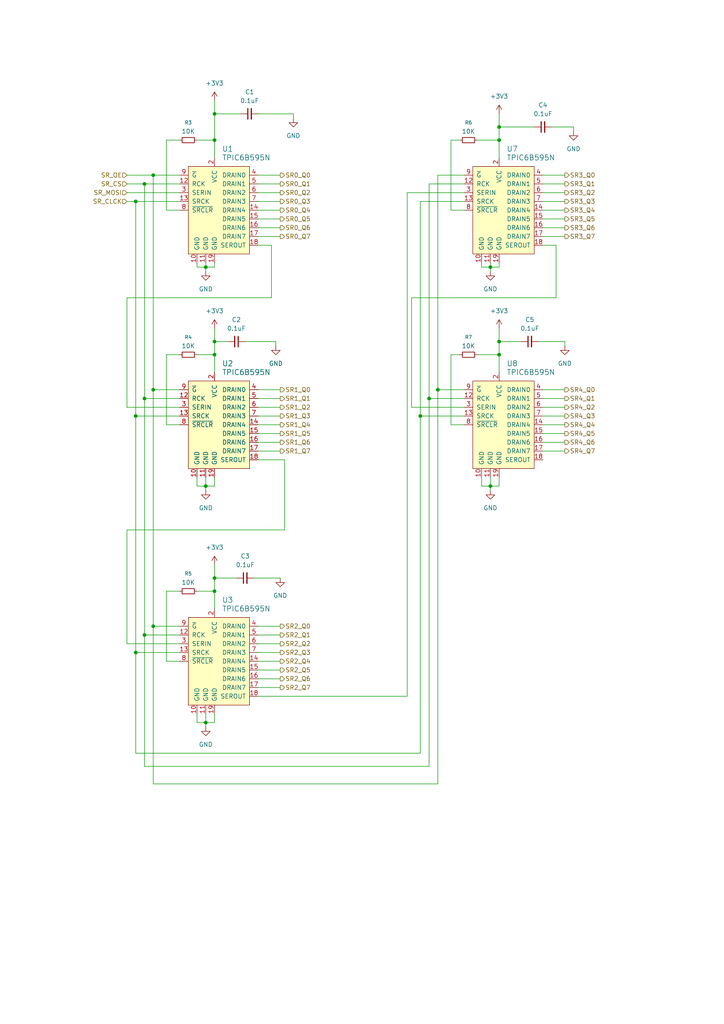
<source format=kicad_sch>
(kicad_sch (version 20250114) (generator "eeschema") (generator_version "9.0")
  (paper "A4" portrait)
  (lib_symbols
    (symbol "Device:C_Small" (pin_numbers (hide yes)) (pin_names (offset 0.254) (hide yes))
      (property "Reference" "C" (at 0.254 1.778 0))
      (property "Value" "C_Small" (at 0.254 -2.032 0))
      (symbol "C_Small_0_1"
        (polyline (pts (xy -1.524 0.508) (xy 1.524 0.508)) (stroke (width 0.3048)))
        (polyline (pts (xy -1.524 -0.508) (xy 1.524 -0.508)) (stroke (width 0.3302)))
      )
      (symbol "C_Small_1_1"
        (pin passive line (at 0 2.54 270) (length 2.032) (name "~") (number "1"))
        (pin passive line (at 0 -2.54 90) (length 2.032) (name "~") (number "2"))
      )
    )
    (symbol "Device:R_Small" (pin_numbers (hide yes)) (pin_names (offset 0.254) (hide yes))
      (property "Reference" "R" (at 0 0 90))
      (property "Value" "R_Small" (at 1.778 0 90))
      (symbol "R_Small_0_1"
        (rectangle (start -0.762 1.778) (end 0.762 -1.778) (stroke (width 0.2032)))
      )
      (symbol "R_Small_1_1"
        (pin passive line (at 0 2.54 270) (length 0.762) (name "~") (number "1"))
        (pin passive line (at 0 -2.54 90) (length 0.762) (name "~") (number "2"))
      )
    )
    (symbol "dk_Logic-Shift-Registers:TPIC6B595N" (pin_names (offset 1.016))
      (property "Reference" "U" (at -7.7724 1.143 0))
      (property "Value" "TPIC6B595N" (at 0.4572 -26.5938 0))
      (symbol "TPIC6B595N_0_1"
        (rectangle (start -7.62 0) (end 10.16 -25.4) (fill (type background)))
      )
      (symbol "TPIC6B595N_1_1"
        (pin input line (at -10.16 -2.54 0) (length 2.54) (name "~{G}") (number "9"))
        (pin input line (at -10.16 -5.08 0) (length 2.54) (name "RCK") (number "12"))
        (pin input line (at -10.16 -7.62 0) (length 2.54) (name "SERIN") (number "3"))
        (pin input line (at -10.16 -10.16 0) (length 2.54) (name "SRCK") (number "13"))
        (pin input line (at -10.16 -12.7 0) (length 2.54) (name "~{SRCLR}") (number "8"))
        (pin no_connect line (at -7.62 -15.24 0) (length 2.54) (hide yes) (name "NC") (number "1"))
        (pin no_connect line (at -7.62 -17.78 0) (length 2.54) (hide yes) (name "NC") (number "20"))
        (pin power_in line (at -5.08 -27.94 90) (length 2.54) (name "GND") (number "10"))
        (pin power_in line (at -2.54 -27.94 90) (length 2.54) (name "GND") (number "11"))
        (pin power_in line (at 0 2.54 270) (length 2.54) (name "VCC") (number "2"))
        (pin power_in line (at 0 -27.94 90) (length 2.54) (name "GND") (number "19"))
        (pin output line (at 12.7 -2.54 180) (length 2.54) (name "DRAIN0") (number "4"))
        (pin output line (at 12.7 -5.08 180) (length 2.54) (name "DRAIN1") (number "5"))
        (pin output line (at 12.7 -7.62 180) (length 2.54) (name "DRAIN2") (number "6"))
        (pin output line (at 12.7 -10.16 180) (length 2.54) (name "DRAIN3") (number "7"))
        (pin output line (at 12.7 -12.7 180) (length 2.54) (name "DRAIN4") (number "14"))
        (pin output line (at 12.7 -15.24 180) (length 2.54) (name "DRAIN5") (number "15"))
        (pin output line (at 12.7 -17.78 180) (length 2.54) (name "DRAIN6") (number "16"))
        (pin output line (at 12.7 -20.32 180) (length 2.54) (name "DRAIN7") (number "17"))
        (pin output line (at 12.7 -22.86 180) (length 2.54) (name "SEROUT") (number "18"))
      )
    )
    (symbol "power:+3V3" (power) (pin_numbers (hide yes)) (pin_names (offset 0) (hide yes))
      (property "Value" "+3V3" (at 0 3.556 0))
      (symbol "+3V3_0_1"
        (polyline (pts (xy -0.762 1.27) (xy 0 2.54)))
        (polyline (pts (xy 0 2.54) (xy 0.762 1.27)))
        (polyline (pts (xy 0 0) (xy 0 2.54)))
      )
      (symbol "+3V3_1_1"
        (pin power_in line (at 0 0 90) (length 0) (name "~") (number "1"))
      )
    )
    (symbol "power:GND" (power) (pin_numbers (hide yes)) (pin_names (offset 0) (hide yes))
      (property "Value" "GND" (at 0 -3.81 0))
      (symbol "GND_0_1"
        (polyline (pts (xy 0 0) (xy 0 -1.27) (xy 1.27 -1.27) (xy 0 -2.54) (xy -1.27 -1.27) (xy 0 -1.27)))
      )
      (symbol "GND_1_1"
        (pin power_in line (at 0 0 270) (length 0) (name "~") (number "1"))
      )
    )
  )
  (junction (at 62.23 40.64))
  (junction (at 44.45 50.8))
  (junction (at 44.45 181.61))
  (junction (at 59.69 209.55))
  (junction (at 59.69 140.97))
  (junction (at 144.78 40.64))
  (junction (at 41.91 115.57))
  (junction (at 62.23 99.06))
  (junction (at 62.23 171.45))
  (junction (at 39.37 120.65))
  (junction (at 39.37 58.42))
  (junction (at 142.24 77.47))
  (junction (at 144.78 36.83))
  (junction (at 121.92 120.65))
  (junction (at 59.69 77.47))
  (junction (at 44.45 113.03))
  (junction (at 124.46 115.57))
  (junction (at 142.24 140.97))
  (junction (at 62.23 167.64))
  (junction (at 127 113.03))
  (junction (at 39.37 189.23))
  (junction (at 41.91 53.34))
  (junction (at 144.78 99.06))
  (junction (at 62.23 102.87))
  (junction (at 144.78 102.87))
  (junction (at 41.91 184.15))
  (junction (at 62.23 33.02))
  (wire (pts (xy 127 113.03) (xy 134.62 113.03)))
  (wire (pts (xy 166.37 36.83) (xy 166.37 38.1)))
  (wire (pts (xy 59.69 77.47) (xy 62.23 77.47)))
  (wire (pts (xy 57.15 207.01) (xy 57.15 209.55)))
  (wire (pts (xy 36.83 118.11) (xy 52.07 118.11)))
  (wire (pts (xy 74.93 199.39) (xy 81.28 199.39)))
  (wire (pts (xy 161.29 71.12) (xy 161.29 86.36)))
  (wire (pts (xy 144.78 33.02) (xy 144.78 36.83)))
  (wire (pts (xy 74.93 125.73) (xy 81.28 125.73)))
  (wire (pts (xy 144.78 138.43) (xy 144.78 140.97)))
  (wire (pts (xy 59.69 209.55) (xy 62.23 209.55)))
  (wire (pts (xy 74.93 191.77) (xy 81.28 191.77)))
  (wire (pts (xy 82.55 133.35) (xy 82.55 153.67)))
  (wire (pts (xy 74.93 50.8) (xy 81.28 50.8)))
  (wire (pts (xy 80.01 99.06) (xy 80.01 100.33)))
  (wire (pts (xy 44.45 227.33) (xy 44.45 181.61)))
  (wire (pts (xy 157.48 125.73) (xy 163.83 125.73)))
  (wire (pts (xy 144.78 36.83) (xy 154.94 36.83)))
  (wire (pts (xy 134.62 60.96) (xy 130.81 60.96)))
  (wire (pts (xy 124.46 115.57) (xy 124.46 222.25)))
  (wire (pts (xy 157.48 68.58) (xy 163.83 68.58)))
  (wire (pts (xy 62.23 99.06) (xy 66.04 99.06)))
  (wire (pts (xy 134.62 123.19) (xy 130.81 123.19)))
  (wire (pts (xy 74.93 133.35) (xy 82.55 133.35)))
  (wire (pts (xy 124.46 115.57) (xy 134.62 115.57)))
  (wire (pts (xy 144.78 99.06) (xy 151.13 99.06)))
  (wire (pts (xy 74.93 201.93) (xy 118.11 201.93)))
  (wire (pts (xy 48.26 102.87) (xy 52.07 102.87)))
  (wire (pts (xy 59.69 209.55) (xy 59.69 210.82)))
  (wire (pts (xy 142.24 140.97) (xy 142.24 142.24)))
  (wire (pts (xy 127 50.8) (xy 127 113.03)))
  (wire (pts (xy 44.45 113.03) (xy 52.07 113.03)))
  (wire (pts (xy 144.78 76.2) (xy 144.78 77.47)))
  (wire (pts (xy 57.15 140.97) (xy 59.69 140.97)))
  (wire (pts (xy 127 113.03) (xy 127 227.33)))
  (wire (pts (xy 74.93 181.61) (xy 81.28 181.61)))
  (wire (pts (xy 57.15 171.45) (xy 62.23 171.45)))
  (wire (pts (xy 138.43 40.64) (xy 144.78 40.64)))
  (wire (pts (xy 161.29 71.12) (xy 157.48 71.12)))
  (wire (pts (xy 157.48 53.34) (xy 163.83 53.34)))
  (wire (pts (xy 124.46 53.34) (xy 124.46 115.57)))
  (wire (pts (xy 157.48 123.19) (xy 163.83 123.19)))
  (wire (pts (xy 119.38 118.11) (xy 134.62 118.11)))
  (wire (pts (xy 52.07 60.96) (xy 48.26 60.96)))
  (wire (pts (xy 130.81 40.64) (xy 133.35 40.64)))
  (wire (pts (xy 39.37 120.65) (xy 52.07 120.65)))
  (wire (pts (xy 160.02 36.83) (xy 166.37 36.83)))
  (wire (pts (xy 39.37 120.65) (xy 39.37 189.23)))
  (wire (pts (xy 62.23 138.43) (xy 62.23 140.97)))
  (wire (pts (xy 41.91 53.34) (xy 52.07 53.34)))
  (wire (pts (xy 36.83 86.36) (xy 36.83 118.11)))
  (wire (pts (xy 157.48 128.27) (xy 163.83 128.27)))
  (wire (pts (xy 44.45 50.8) (xy 44.45 113.03)))
  (wire (pts (xy 36.83 55.88) (xy 52.07 55.88)))
  (wire (pts (xy 59.69 77.47) (xy 59.69 78.74)))
  (wire (pts (xy 142.24 76.2) (xy 142.24 77.47)))
  (wire (pts (xy 41.91 115.57) (xy 52.07 115.57)))
  (wire (pts (xy 59.69 140.97) (xy 62.23 140.97)))
  (wire (pts (xy 57.15 40.64) (xy 62.23 40.64)))
  (wire (pts (xy 85.09 33.02) (xy 85.09 34.29)))
  (wire (pts (xy 121.92 120.65) (xy 121.92 218.44)))
  (wire (pts (xy 59.69 207.01) (xy 59.69 209.55)))
  (wire (pts (xy 44.45 181.61) (xy 52.07 181.61)))
  (wire (pts (xy 74.93 113.03) (xy 81.28 113.03)))
  (wire (pts (xy 74.93 115.57) (xy 81.28 115.57)))
  (wire (pts (xy 127 50.8) (xy 134.62 50.8)))
  (wire (pts (xy 62.23 207.01) (xy 62.23 209.55)))
  (wire (pts (xy 48.26 40.64) (xy 52.07 40.64)))
  (wire (pts (xy 44.45 50.8) (xy 52.07 50.8)))
  (wire (pts (xy 144.78 36.83) (xy 144.78 40.64)))
  (wire (pts (xy 57.15 76.2) (xy 57.15 77.47)))
  (wire (pts (xy 62.23 40.64) (xy 62.23 45.72)))
  (wire (pts (xy 36.83 53.34) (xy 41.91 53.34)))
  (wire (pts (xy 78.74 71.12) (xy 78.74 86.36)))
  (wire (pts (xy 163.83 99.06) (xy 163.83 100.33)))
  (wire (pts (xy 157.48 120.65) (xy 163.83 120.65)))
  (wire (pts (xy 59.69 140.97) (xy 59.69 142.24)))
  (wire (pts (xy 62.23 171.45) (xy 62.23 176.53)))
  (wire (pts (xy 62.23 102.87) (xy 62.23 107.95)))
  (wire (pts (xy 139.7 140.97) (xy 142.24 140.97)))
  (wire (pts (xy 62.23 33.02) (xy 62.23 40.64)))
  (wire (pts (xy 142.24 77.47) (xy 144.78 77.47)))
  (wire (pts (xy 144.78 95.25) (xy 144.78 99.06)))
  (wire (pts (xy 48.26 123.19) (xy 48.26 102.87)))
  (wire (pts (xy 41.91 184.15) (xy 52.07 184.15)))
  (wire (pts (xy 48.26 191.77) (xy 48.26 171.45)))
  (wire (pts (xy 62.23 167.64) (xy 68.58 167.64)))
  (wire (pts (xy 121.92 218.44) (xy 39.37 218.44)))
  (wire (pts (xy 124.46 222.25) (xy 41.91 222.25)))
  (wire (pts (xy 74.93 189.23) (xy 81.28 189.23)))
  (wire (pts (xy 59.69 76.2) (xy 59.69 77.47)))
  (wire (pts (xy 74.93 58.42) (xy 81.28 58.42)))
  (wire (pts (xy 144.78 102.87) (xy 144.78 107.95)))
  (wire (pts (xy 74.93 53.34) (xy 81.28 53.34)))
  (wire (pts (xy 144.78 40.64) (xy 144.78 45.72)))
  (wire (pts (xy 124.46 53.34) (xy 134.62 53.34)))
  (wire (pts (xy 36.83 50.8) (xy 44.45 50.8)))
  (wire (pts (xy 118.11 201.93) (xy 118.11 55.88)))
  (wire (pts (xy 62.23 76.2) (xy 62.23 77.47)))
  (wire (pts (xy 78.74 71.12) (xy 74.93 71.12)))
  (wire (pts (xy 36.83 58.42) (xy 39.37 58.42)))
  (wire (pts (xy 74.93 63.5) (xy 81.28 63.5)))
  (wire (pts (xy 36.83 153.67) (xy 36.83 186.69)))
  (wire (pts (xy 74.93 184.15) (xy 81.28 184.15)))
  (wire (pts (xy 52.07 191.77) (xy 48.26 191.77)))
  (wire (pts (xy 121.92 58.42) (xy 134.62 58.42)))
  (wire (pts (xy 157.48 130.81) (xy 163.83 130.81)))
  (wire (pts (xy 138.43 102.87) (xy 144.78 102.87)))
  (wire (pts (xy 142.24 138.43) (xy 142.24 140.97)))
  (wire (pts (xy 74.93 68.58) (xy 81.28 68.58)))
  (wire (pts (xy 74.93 128.27) (xy 81.28 128.27)))
  (wire (pts (xy 127 227.33) (xy 44.45 227.33)))
  (wire (pts (xy 57.15 209.55) (xy 59.69 209.55)))
  (wire (pts (xy 130.81 60.96) (xy 130.81 40.64)))
  (wire (pts (xy 74.93 186.69) (xy 81.28 186.69)))
  (wire (pts (xy 157.48 60.96) (xy 163.83 60.96)))
  (wire (pts (xy 57.15 138.43) (xy 57.15 140.97)))
  (wire (pts (xy 62.23 29.21) (xy 62.23 33.02)))
  (wire (pts (xy 74.93 60.96) (xy 81.28 60.96)))
  (wire (pts (xy 139.7 76.2) (xy 139.7 77.47)))
  (wire (pts (xy 73.66 167.64) (xy 81.28 167.64)))
  (wire (pts (xy 156.21 99.06) (xy 163.83 99.06)))
  (wire (pts (xy 62.23 163.83) (xy 62.23 167.64)))
  (wire (pts (xy 39.37 58.42) (xy 52.07 58.42)))
  (wire (pts (xy 82.55 153.67) (xy 36.83 153.67)))
  (wire (pts (xy 142.24 140.97) (xy 144.78 140.97)))
  (wire (pts (xy 74.93 66.04) (xy 81.28 66.04)))
  (wire (pts (xy 48.26 171.45) (xy 52.07 171.45)))
  (wire (pts (xy 139.7 138.43) (xy 139.7 140.97)))
  (wire (pts (xy 74.93 130.81) (xy 81.28 130.81)))
  (wire (pts (xy 161.29 86.36) (xy 119.38 86.36)))
  (wire (pts (xy 157.48 113.03) (xy 163.83 113.03)))
  (wire (pts (xy 157.48 118.11) (xy 163.83 118.11)))
  (wire (pts (xy 144.78 99.06) (xy 144.78 102.87)))
  (wire (pts (xy 130.81 123.19) (xy 130.81 102.87)))
  (wire (pts (xy 39.37 58.42) (xy 39.37 120.65)))
  (wire (pts (xy 74.93 196.85) (xy 81.28 196.85)))
  (wire (pts (xy 41.91 184.15) (xy 41.91 222.25)))
  (wire (pts (xy 62.23 167.64) (xy 62.23 171.45)))
  (wire (pts (xy 57.15 77.47) (xy 59.69 77.47)))
  (wire (pts (xy 62.23 95.25) (xy 62.23 99.06)))
  (wire (pts (xy 78.74 86.36) (xy 36.83 86.36)))
  (wire (pts (xy 74.93 55.88) (xy 81.28 55.88)))
  (wire (pts (xy 157.48 115.57) (xy 163.83 115.57)))
  (wire (pts (xy 74.93 120.65) (xy 81.28 120.65)))
  (wire (pts (xy 62.23 99.06) (xy 62.23 102.87)))
  (wire (pts (xy 118.11 55.88) (xy 134.62 55.88)))
  (wire (pts (xy 44.45 113.03) (xy 44.45 181.61)))
  (wire (pts (xy 80.01 99.06) (xy 71.12 99.06)))
  (wire (pts (xy 157.48 58.42) (xy 163.83 58.42)))
  (wire (pts (xy 59.69 138.43) (xy 59.69 140.97)))
  (wire (pts (xy 57.15 102.87) (xy 62.23 102.87)))
  (wire (pts (xy 157.48 55.88) (xy 163.83 55.88)))
  (wire (pts (xy 157.48 50.8) (xy 163.83 50.8)))
  (wire (pts (xy 52.07 123.19) (xy 48.26 123.19)))
  (wire (pts (xy 121.92 120.65) (xy 134.62 120.65)))
  (wire (pts (xy 74.93 194.31) (xy 81.28 194.31)))
  (wire (pts (xy 39.37 189.23) (xy 39.37 218.44)))
  (wire (pts (xy 157.48 63.5) (xy 163.83 63.5)))
  (wire (pts (xy 74.93 33.02) (xy 85.09 33.02)))
  (wire (pts (xy 48.26 60.96) (xy 48.26 40.64)))
  (wire (pts (xy 142.24 77.47) (xy 142.24 78.74)))
  (wire (pts (xy 74.93 118.11) (xy 81.28 118.11)))
  (wire (pts (xy 139.7 77.47) (xy 142.24 77.47)))
  (wire (pts (xy 74.93 123.19) (xy 81.28 123.19)))
  (wire (pts (xy 41.91 53.34) (xy 41.91 115.57)))
  (wire (pts (xy 39.37 189.23) (xy 52.07 189.23)))
  (wire (pts (xy 157.48 66.04) (xy 163.83 66.04)))
  (wire (pts (xy 36.83 186.69) (xy 52.07 186.69)))
  (wire (pts (xy 121.92 58.42) (xy 121.92 120.65)))
  (wire (pts (xy 41.91 115.57) (xy 41.91 184.15)))
  (wire (pts (xy 62.23 33.02) (xy 69.85 33.02)))
  (wire (pts (xy 119.38 86.36) (xy 119.38 118.11)))
  (wire (pts (xy 130.81 102.87) (xy 133.35 102.87)))
  (hierarchical_label "SR2_Q7" (shape output) (at 81.28 199.39 0))
  (hierarchical_label "SR1_Q0" (shape output) (at 81.28 113.03 0))
  (hierarchical_label "SR3_Q3" (shape output) (at 163.83 58.42 0))
  (hierarchical_label "SR1_Q4" (shape output) (at 81.28 123.19 0))
  (hierarchical_label "SR1_Q2" (shape output) (at 81.28 118.11 0))
  (hierarchical_label "SR3_Q6" (shape output) (at 163.83 66.04 0))
  (hierarchical_label "SR0_Q2" (shape output) (at 81.28 55.88 0))
  (hierarchical_label "SR0_Q6" (shape output) (at 81.28 66.04 0))
  (hierarchical_label "SR_CS" (shape input) (at 36.83 53.34 180))
  (hierarchical_label "SR0_Q1" (shape output) (at 81.28 53.34 0))
  (hierarchical_label "SR4_Q7" (shape output) (at 163.83 130.81 0))
  (hierarchical_label "SR_OE" (shape input) (at 36.83 50.8 180))
  (hierarchical_label "SR2_Q6" (shape output) (at 81.28 196.85 0))
  (hierarchical_label "SR4_Q3" (shape output) (at 163.83 120.65 0))
  (hierarchical_label "SR4_Q1" (shape output) (at 163.83 115.57 0))
  (hierarchical_label "SR0_Q5" (shape output) (at 81.28 63.5 0))
  (hierarchical_label "SR2_Q0" (shape output) (at 81.28 181.61 0))
  (hierarchical_label "SR4_Q5" (shape output) (at 163.83 125.73 0))
  (hierarchical_label "SR4_Q6" (shape output) (at 163.83 128.27 0))
  (hierarchical_label "SR_CLCK" (shape input) (at 36.83 58.42 180))
  (hierarchical_label "SR4_Q2" (shape output) (at 163.83 118.11 0))
  (hierarchical_label "SR0_Q3" (shape output) (at 81.28 58.42 0))
  (hierarchical_label "SR1_Q7" (shape output) (at 81.28 130.81 0))
  (hierarchical_label "SR1_Q1" (shape output) (at 81.28 115.57 0))
  (hierarchical_label "SR2_Q5" (shape output) (at 81.28 194.31 0))
  (hierarchical_label "SR2_Q3" (shape output) (at 81.28 189.23 0))
  (hierarchical_label "SR2_Q4" (shape output) (at 81.28 191.77 0))
  (hierarchical_label "SR0_Q7" (shape output) (at 81.28 68.58 0))
  (hierarchical_label "SR3_Q1" (shape output) (at 163.83 53.34 0))
  (hierarchical_label "SR3_Q0" (shape output) (at 163.83 50.8 0))
  (hierarchical_label "SR1_Q6" (shape output) (at 81.28 128.27 0))
  (hierarchical_label "SR3_Q4" (shape output) (at 163.83 60.96 0))
  (hierarchical_label "SR3_Q7" (shape output) (at 163.83 68.58 0))
  (hierarchical_label "SR1_Q5" (shape output) (at 81.28 125.73 0))
  (hierarchical_label "SR2_Q1" (shape output) (at 81.28 184.15 0))
  (hierarchical_label "SR3_Q2" (shape output) (at 163.83 55.88 0))
  (hierarchical_label "SR4_Q0" (shape output) (at 163.83 113.03 0))
  (hierarchical_label "SR3_Q5" (shape output) (at 163.83 63.5 0))
  (hierarchical_label "SR0_Q0" (shape output) (at 81.28 50.8 0))
  (hierarchical_label "SR0_Q4" (shape output) (at 81.28 60.96 0))
  (hierarchical_label "SR2_Q2" (shape output) (at 81.28 186.69 0))
  (hierarchical_label "SR1_Q3" (shape output) (at 81.28 120.65 0))
  (hierarchical_label "SR4_Q4" (shape output) (at 163.83 123.19 0))
  (hierarchical_label "SR_MOSI" (shape input) (at 36.83 55.88 180))
  (symbol (lib_id "power:+3V3") (at 62.23 95.25 0) (unit 1)
    (property "Reference" "#PWR06" (effects (hide yes)))
    (property "Value" "+3V3" (at 62.23 90.17 0))
    (property "Description" "Power symbol creates a global label with name \"+3V3\"" (effects (hide yes)))
  )
  (symbol (lib_id "Device:R_Small") (at 54.61 40.64 90) (unit 1)
    (property "Reference" "R3" (at 54.61 35.56 90) (effects (font (size 1.016 1.016))))
    (property "Value" "10K" (at 54.61 38.1 90))
    (property "Description" "Resistor, small symbol" (effects (hide yes)))
  )
  (symbol (lib_id "power:+3V3") (at 62.23 163.83 0) (unit 1)
    (property "Reference" "#PWR09" (effects (hide yes)))
    (property "Value" "+3V3" (at 62.23 158.75 0))
    (property "Description" "Power symbol creates a global label with name \"+3V3\"" (effects (hide yes)))
  )
  (symbol (lib_id "power:GND") (at 81.28 167.64 0) (unit 1)
    (property "Reference" "#PWR07" (effects (hide yes)))
    (property "Value" "GND" (at 81.28 172.72 0))
    (property "Description" "Power symbol creates a global label with name \"GND\" , ground" (effects (hide yes)))
  )
  (symbol (lib_id "power:GND") (at 59.69 78.74 0) (unit 1)
    (property "Reference" "#PWR03" (effects (hide yes)))
    (property "Value" "GND" (at 59.69 83.82 0))
    (property "Description" "Power symbol creates a global label with name \"GND\" , ground" (effects (hide yes)))
  )
  (symbol (lib_id "power:GND") (at 80.01 100.33 0) (mirror y) (unit 1)
    (property "Reference" "#PWR04" (effects (hide yes)))
    (property "Value" "GND" (at 80.01 105.41 0))
    (property "Description" "Power symbol creates a global label with name \"GND\" , ground" (effects (hide yes)))
  )
  (symbol (lib_id "Device:R_Small") (at 135.89 40.64 90) (unit 1)
    (property "Reference" "R6" (at 135.89 35.56 90) (effects (font (size 1.016 1.016))))
    (property "Value" "10K" (at 135.89 38.1 90))
    (property "Description" "Resistor, small symbol" (effects (hide yes)))
  )
  (symbol (lib_id "power:GND") (at 59.69 142.24 0) (unit 1)
    (property "Reference" "#PWR05" (effects (hide yes)))
    (property "Value" "GND" (at 59.69 147.32 0))
    (property "Description" "Power symbol creates a global label with name \"GND\" , ground" (effects (hide yes)))
  )
  (symbol (lib_id "power:+3V3") (at 144.78 33.02 0) (unit 1)
    (property "Reference" "#PWR025" (effects (hide yes)))
    (property "Value" "+3V3" (at 144.78 27.94 0))
    (property "Description" "Power symbol creates a global label with name \"+3V3\"" (effects (hide yes)))
  )
  (symbol (lib_id "power:+3V3") (at 144.78 95.25 0) (unit 1)
    (property "Reference" "#PWR026" (effects (hide yes)))
    (property "Value" "+3V3" (at 144.78 90.17 0))
    (property "Description" "Power symbol creates a global label with name \"+3V3\"" (effects (hide yes)))
  )
  (symbol (lib_id "dk_Logic-Shift-Registers:TPIC6B595N") (at 62.23 179.07 0) (unit 1)
    (property "Reference" "U3" (at 64.3733 173.99 0) (effects (font (size 1.524 1.524)) (justify left)))
    (property "Value" "TPIC6B595N" (at 64.3733 176.53 0) (effects (font (size 1.524 1.524)) (justify left)))
    (property "Footprint" "digikey-footprints:DIP-20_W7.62mm" (effects (hide yes)))
    (property "Datasheet" "http://www.ti.com/general/docs/suppproductinfo.tsp?distId=10&gotoUrl=http%3A%2F%2Fwww.ti.com%2Flit%2Fgpn%2Ftpic6b595" (effects (hide yes)))
    (property "Description" "IC PWR 8-BIT SHIFT REGIS 20-DIP" (effects (hide yes)))
    (property "Digi-Key_PN" "296-1956-5-ND" (effects (hide yes)))
    (property "MPN" "TPIC6B595N" (effects (hide yes)))
    (property "Category" "Integrated Circuits (ICs)" (effects (hide yes)))
    (property "Family" "Logic - Shift Registers" (effects (hide yes)))
    (property "DK_Datasheet_Link" "http://www.ti.com/general/docs/suppproductinfo.tsp?distId=10&gotoUrl=http%3A%2F%2Fwww.ti.com%2Flit%2Fgpn%2Ftpic6b595" (effects (hide yes)))
    (property "DK_Detail_Page" "/product-detail/en/texas-instruments/TPIC6B595N/296-1956-5-ND/277601" (effects (hide yes)))
    (property "Description_1" "IC PWR 8-BIT SHIFT REGIS 20-DIP" (effects (hide yes)))
    (property "Manufacturer" "Texas Instruments" (effects (hide yes)))
    (property "Status" "Active" (effects (hide yes)))
  )
  (symbol (lib_id "power:GND") (at 85.09 34.29 0) (unit 1)
    (property "Reference" "#PWR02" (effects (hide yes)))
    (property "Value" "GND" (at 85.09 39.37 0))
    (property "Description" "Power symbol creates a global label with name \"GND\" , ground" (effects (hide yes)))
  )
  (symbol (lib_id "Device:C_Small") (at 153.67 99.06 90) (unit 1)
    (property "Reference" "C5" (at 153.6763 92.71 90))
    (property "Value" "0.1uF" (at 153.6763 95.25 90))
    (property "Description" "Unpolarized capacitor, small symbol" (effects (hide yes)))
  )
  (symbol (lib_id "Device:C_Small") (at 68.58 99.06 270) (mirror x) (unit 1)
    (property "Reference" "C2" (at 68.5737 92.71 90))
    (property "Value" "0.1uF" (at 68.5737 95.25 90))
    (property "Description" "Unpolarized capacitor, small symbol" (effects (hide yes)))
  )
  (symbol (lib_id "Device:R_Small") (at 54.61 102.87 90) (unit 1)
    (property "Reference" "R4" (at 54.61 97.79 90) (effects (font (size 1.016 1.016))))
    (property "Value" "10K" (at 54.61 100.33 90))
    (property "Description" "Resistor, small symbol" (effects (hide yes)))
  )
  (symbol (lib_id "dk_Logic-Shift-Registers:TPIC6B595N") (at 62.23 110.49 0) (unit 1)
    (property "Reference" "U2" (at 64.3733 105.41 0) (effects (font (size 1.524 1.524)) (justify left)))
    (property "Value" "TPIC6B595N" (at 64.3733 107.95 0) (effects (font (size 1.524 1.524)) (justify left)))
    (property "Footprint" "digikey-footprints:DIP-20_W7.62mm" (effects (hide yes)))
    (property "Datasheet" "http://www.ti.com/general/docs/suppproductinfo.tsp?distId=10&gotoUrl=http%3A%2F%2Fwww.ti.com%2Flit%2Fgpn%2Ftpic6b595" (effects (hide yes)))
    (property "Description" "IC PWR 8-BIT SHIFT REGIS 20-DIP" (effects (hide yes)))
    (property "Digi-Key_PN" "296-1956-5-ND" (effects (hide yes)))
    (property "MPN" "TPIC6B595N" (effects (hide yes)))
    (property "Category" "Integrated Circuits (ICs)" (effects (hide yes)))
    (property "Family" "Logic - Shift Registers" (effects (hide yes)))
    (property "DK_Datasheet_Link" "http://www.ti.com/general/docs/suppproductinfo.tsp?distId=10&gotoUrl=http%3A%2F%2Fwww.ti.com%2Flit%2Fgpn%2Ftpic6b595" (effects (hide yes)))
    (property "DK_Detail_Page" "/product-detail/en/texas-instruments/TPIC6B595N/296-1956-5-ND/277601" (effects (hide yes)))
    (property "Description_1" "IC PWR 8-BIT SHIFT REGIS 20-DIP" (effects (hide yes)))
    (property "Manufacturer" "Texas Instruments" (effects (hide yes)))
    (property "Status" "Active" (effects (hide yes)))
  )
  (symbol (lib_id "power:GND") (at 142.24 78.74 0) (unit 1)
    (property "Reference" "#PWR023" (effects (hide yes)))
    (property "Value" "GND" (at 142.24 83.82 0))
    (property "Description" "Power symbol creates a global label with name \"GND\" , ground" (effects (hide yes)))
  )
  (symbol (lib_id "Device:C_Small") (at 72.39 33.02 90) (unit 1)
    (property "Reference" "C1" (at 72.3963 26.67 90))
    (property "Value" "0.1uF" (at 72.3963 29.21 90))
    (property "Description" "Unpolarized capacitor, small symbol" (effects (hide yes)))
  )
  (symbol (lib_id "power:GND") (at 163.83 100.33 0) (unit 1)
    (property "Reference" "#PWR022" (effects (hide yes)))
    (property "Value" "GND" (at 163.83 105.41 0))
    (property "Description" "Power symbol creates a global label with name \"GND\" , ground" (effects (hide yes)))
  )
  (symbol (lib_id "Device:C_Small") (at 71.12 167.64 90) (unit 1)
    (property "Reference" "C3" (at 71.1263 161.29 90))
    (property "Value" "0.1uF" (at 71.1263 163.83 90))
    (property "Description" "Unpolarized capacitor, small symbol" (effects (hide yes)))
  )
  (symbol (lib_id "dk_Logic-Shift-Registers:TPIC6B595N") (at 144.78 110.49 0) (unit 1)
    (property "Reference" "U8" (at 146.9233 105.41 0) (effects (font (size 1.524 1.524)) (justify left)))
    (property "Value" "TPIC6B595N" (at 146.9233 107.95 0) (effects (font (size 1.524 1.524)) (justify left)))
    (property "Footprint" "digikey-footprints:DIP-20_W7.62mm" (effects (hide yes)))
    (property "Datasheet" "http://www.ti.com/general/docs/suppproductinfo.tsp?distId=10&gotoUrl=http%3A%2F%2Fwww.ti.com%2Flit%2Fgpn%2Ftpic6b595" (effects (hide yes)))
    (property "Description" "IC PWR 8-BIT SHIFT REGIS 20-DIP" (effects (hide yes)))
    (property "Digi-Key_PN" "296-1956-5-ND" (effects (hide yes)))
    (property "MPN" "TPIC6B595N" (effects (hide yes)))
    (property "Category" "Integrated Circuits (ICs)" (effects (hide yes)))
    (property "Family" "Logic - Shift Registers" (effects (hide yes)))
    (property "DK_Datasheet_Link" "http://www.ti.com/general/docs/suppproductinfo.tsp?distId=10&gotoUrl=http%3A%2F%2Fwww.ti.com%2Flit%2Fgpn%2Ftpic6b595" (effects (hide yes)))
    (property "DK_Detail_Page" "/product-detail/en/texas-instruments/TPIC6B595N/296-1956-5-ND/277601" (effects (hide yes)))
    (property "Description_1" "IC PWR 8-BIT SHIFT REGIS 20-DIP" (effects (hide yes)))
    (property "Manufacturer" "Texas Instruments" (effects (hide yes)))
    (property "Status" "Active" (effects (hide yes)))
  )
  (symbol (lib_id "dk_Logic-Shift-Registers:TPIC6B595N") (at 144.78 48.26 0) (unit 1)
    (property "Reference" "U7" (at 146.9233 43.18 0) (effects (font (size 1.524 1.524)) (justify left)))
    (property "Value" "TPIC6B595N" (at 146.9233 45.72 0) (effects (font (size 1.524 1.524)) (justify left)))
    (property "Footprint" "digikey-footprints:DIP-20_W7.62mm" (effects (hide yes)))
    (property "Datasheet" "http://www.ti.com/general/docs/suppproductinfo.tsp?distId=10&gotoUrl=http%3A%2F%2Fwww.ti.com%2Flit%2Fgpn%2Ftpic6b595" (effects (hide yes)))
    (property "Description" "IC PWR 8-BIT SHIFT REGIS 20-DIP" (effects (hide yes)))
    (property "Digi-Key_PN" "296-1956-5-ND" (effects (hide yes)))
    (property "MPN" "TPIC6B595N" (effects (hide yes)))
    (property "Category" "Integrated Circuits (ICs)" (effects (hide yes)))
    (property "Family" "Logic - Shift Registers" (effects (hide yes)))
    (property "DK_Datasheet_Link" "http://www.ti.com/general/docs/suppproductinfo.tsp?distId=10&gotoUrl=http%3A%2F%2Fwww.ti.com%2Flit%2Fgpn%2Ftpic6b595" (effects (hide yes)))
    (property "DK_Detail_Page" "/product-detail/en/texas-instruments/TPIC6B595N/296-1956-5-ND/277601" (effects (hide yes)))
    (property "Description_1" "IC PWR 8-BIT SHIFT REGIS 20-DIP" (effects (hide yes)))
    (property "Manufacturer" "Texas Instruments" (effects (hide yes)))
    (property "Status" "Active" (effects (hide yes)))
  )
  (symbol (lib_id "power:GND") (at 59.69 210.82 0) (unit 1)
    (property "Reference" "#PWR08" (effects (hide yes)))
    (property "Value" "GND" (at 59.69 215.9 0))
    (property "Description" "Power symbol creates a global label with name \"GND\" , ground" (effects (hide yes)))
  )
  (symbol (lib_id "Device:C_Small") (at 157.48 36.83 90) (unit 1)
    (property "Reference" "C4" (at 157.4863 30.48 90))
    (property "Value" "0.1uF" (at 157.4863 33.02 90))
    (property "Description" "Unpolarized capacitor, small symbol" (effects (hide yes)))
  )
  (symbol (lib_id "Device:R_Small") (at 54.61 171.45 90) (unit 1)
    (property "Reference" "R5" (at 54.61 166.37 90) (effects (font (size 1.016 1.016))))
    (property "Value" "10K" (at 54.61 168.91 90))
    (property "Description" "Resistor, small symbol" (effects (hide yes)))
  )
  (symbol (lib_id "power:GND") (at 166.37 38.1 0) (unit 1)
    (property "Reference" "#PWR017" (effects (hide yes)))
    (property "Value" "GND" (at 166.37 43.18 0))
    (property "Description" "Power symbol creates a global label with name \"GND\" , ground" (effects (hide yes)))
  )
  (symbol (lib_id "dk_Logic-Shift-Registers:TPIC6B595N") (at 62.23 48.26 0) (unit 1)
    (property "Reference" "U1" (at 64.3733 43.18 0) (effects (font (size 1.524 1.524)) (justify left)))
    (property "Value" "TPIC6B595N" (at 64.3733 45.72 0) (effects (font (size 1.524 1.524)) (justify left)))
    (property "Footprint" "digikey-footprints:DIP-20_W7.62mm" (effects (hide yes)))
    (property "Datasheet" "http://www.ti.com/general/docs/suppproductinfo.tsp?distId=10&gotoUrl=http%3A%2F%2Fwww.ti.com%2Flit%2Fgpn%2Ftpic6b595" (effects (hide yes)))
    (property "Description" "IC PWR 8-BIT SHIFT REGIS 20-DIP" (effects (hide yes)))
    (property "Digi-Key_PN" "296-1956-5-ND" (effects (hide yes)))
    (property "MPN" "TPIC6B595N" (effects (hide yes)))
    (property "Category" "Integrated Circuits (ICs)" (effects (hide yes)))
    (property "Family" "Logic - Shift Registers" (effects (hide yes)))
    (property "DK_Datasheet_Link" "http://www.ti.com/general/docs/suppproductinfo.tsp?distId=10&gotoUrl=http%3A%2F%2Fwww.ti.com%2Flit%2Fgpn%2Ftpic6b595" (effects (hide yes)))
    (property "DK_Detail_Page" "/product-detail/en/texas-instruments/TPIC6B595N/296-1956-5-ND/277601" (effects (hide yes)))
    (property "Description_1" "IC PWR 8-BIT SHIFT REGIS 20-DIP" (effects (hide yes)))
    (property "Manufacturer" "Texas Instruments" (effects (hide yes)))
    (property "Status" "Active" (effects (hide yes)))
  )
  (symbol (lib_id "power:GND") (at 142.24 142.24 0) (unit 1)
    (property "Reference" "#PWR024" (effects (hide yes)))
    (property "Value" "GND" (at 142.24 147.32 0))
    (property "Description" "Power symbol creates a global label with name \"GND\" , ground" (effects (hide yes)))
  )
  (symbol (lib_id "power:+3V3") (at 62.23 29.21 0) (unit 1)
    (property "Reference" "#PWR01" (effects (hide yes)))
    (property "Value" "+3V3" (at 62.23 24.13 0))
    (property "Description" "Power symbol creates a global label with name \"+3V3\"" (effects (hide yes)))
  )
  (symbol (lib_id "Device:R_Small") (at 135.89 102.87 90) (unit 1)
    (property "Reference" "R7" (at 135.89 97.79 90) (effects (font (size 1.016 1.016))))
    (property "Value" "10K" (at 135.89 100.33 90))
    (property "Description" "Resistor, small symbol" (effects (hide yes)))
  )
)
</source>
